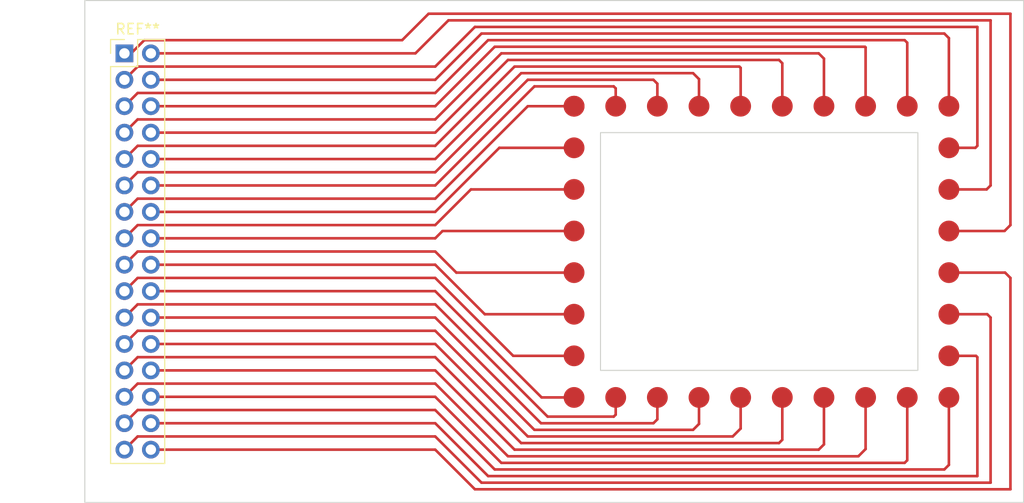
<source format=kicad_pcb>
(kicad_pcb (version 20221018) (generator pcbnew)
  (layers (0 "F.Cu" signal) (31 "B.Cu" signal) (34 "B.Paste" user) (35 "F.Paste" user) (36 "B.SilkS" user "B.Silkscreen") (37 "F.SilkS" user "F.Silkscreen") (38 "B.Mask" user) (39 "F.Mask" user) (44 "Edge.Cuts" user))
  (net 0 "")
  (footprint "Connector_PinHeader_2.54mm:PinHeader_2x16_P2.54mm_Vertical" (layer "F.Cu") (at 18.415 69.215)
    (fp_text reference "REF**" (at 1.27 -2.33) (layer "F.SilkS"))
    (fp_text value "PinHeader_2x16_P2.54mm_Vertical")
    (fp_line (start -1.33 -1.33) (end 0 -1.33) (stroke (width 0.12)) (layer "F.SilkS"))
    (fp_line (start -1.33 0) (end -1.33 -1.33) (stroke (width 0.12)) (layer "F.SilkS"))
    (fp_line (start -1.33 1.27) (end -1.33 39.43) (stroke (width 0.12)) (layer "F.SilkS"))
    (fp_line (start -1.33 1.27) (end 1.27 1.27) (stroke (width 0.12)) (layer "F.SilkS"))
    (fp_line (start -1.33 39.43) (end 3.87 39.43) (stroke (width 0.12)) (layer "F.SilkS"))
    (fp_line (start 1.27 -1.33) (end 3.87 -1.33) (stroke (width 0.12)) (layer "F.SilkS"))
    (fp_line (start 1.27 1.27) (end 1.27 -1.33) (stroke (width 0.12)) (layer "F.SilkS"))
    (fp_line (start 3.87 -1.33) (end 3.87 39.43) (stroke (width 0.12)) (layer "F.SilkS"))
    (pad "1" thru_hole rect (at 0 0) (size 1.7 1.7) (drill 1) (layers "*.Cu" "*.Mask"))
    (pad "2" thru_hole oval (at 2.54 0) (size 1.7 1.7) (drill 1) (layers "*.Cu" "*.Mask"))
    (pad "3" thru_hole oval (at 0 2.54) (size 1.7 1.7) (drill 1) (layers "*.Cu" "*.Mask"))
    (pad "4" thru_hole oval (at 2.54 2.54) (size 1.7 1.7) (drill 1) (layers "*.Cu" "*.Mask"))
    (pad "5" thru_hole oval (at 0 5.08) (size 1.7 1.7) (drill 1) (layers "*.Cu" "*.Mask"))
    (pad "6" thru_hole oval (at 2.54 5.08) (size 1.7 1.7) (drill 1) (layers "*.Cu" "*.Mask"))
    (pad "7" thru_hole oval (at 0 7.62) (size 1.7 1.7) (drill 1) (layers "*.Cu" "*.Mask"))
    (pad "8" thru_hole oval (at 2.54 7.62) (size 1.7 1.7) (drill 1) (layers "*.Cu" "*.Mask"))
    (pad "9" thru_hole oval (at 0 10.16) (size 1.7 1.7) (drill 1) (layers "*.Cu" "*.Mask"))
    (pad "10" thru_hole oval (at 2.54 10.16) (size 1.7 1.7) (drill 1) (layers "*.Cu" "*.Mask"))
    (pad "11" thru_hole oval (at 0 12.7) (size 1.7 1.7) (drill 1) (layers "*.Cu" "*.Mask"))
    (pad "12" thru_hole oval (at 2.54 12.7) (size 1.7 1.7) (drill 1) (layers "*.Cu" "*.Mask"))
    (pad "13" thru_hole oval (at 0 15.24) (size 1.7 1.7) (drill 1) (layers "*.Cu" "*.Mask"))
    (pad "14" thru_hole oval (at 2.54 15.24) (size 1.7 1.7) (drill 1) (layers "*.Cu" "*.Mask"))
    (pad "15" thru_hole oval (at 0 17.78) (size 1.7 1.7) (drill 1) (layers "*.Cu" "*.Mask"))
    (pad "16" thru_hole oval (at 2.54 17.78) (size 1.7 1.7) (drill 1) (layers "*.Cu" "*.Mask"))
    (pad "17" thru_hole oval (at 0 20.32) (size 1.7 1.7) (drill 1) (layers "*.Cu" "*.Mask"))
    (pad "18" thru_hole oval (at 2.54 20.32) (size 1.7 1.7) (drill 1) (layers "*.Cu" "*.Mask"))
    (pad "19" thru_hole oval (at 0 22.86) (size 1.7 1.7) (drill 1) (layers "*.Cu" "*.Mask"))
    (pad "20" thru_hole oval (at 2.54 22.86) (size 1.7 1.7) (drill 1) (layers "*.Cu" "*.Mask"))
    (pad "21" thru_hole oval (at 0 25.4) (size 1.7 1.7) (drill 1) (layers "*.Cu" "*.Mask"))
    (pad "22" thru_hole oval (at 2.54 25.4) (size 1.7 1.7) (drill 1) (layers "*.Cu" "*.Mask"))
    (pad "23" thru_hole oval (at 0 27.94) (size 1.7 1.7) (drill 1) (layers "*.Cu" "*.Mask"))
    (pad "24" thru_hole oval (at 2.54 27.94) (size 1.7 1.7) (drill 1) (layers "*.Cu" "*.Mask"))
    (pad "25" thru_hole oval (at 0 30.48) (size 1.7 1.7) (drill 1) (layers "*.Cu" "*.Mask"))
    (pad "26" thru_hole oval (at 2.54 30.48) (size 1.7 1.7) (drill 1) (layers "*.Cu" "*.Mask"))
    (pad "27" thru_hole oval (at 0 33.02) (size 1.7 1.7) (drill 1) (layers "*.Cu" "*.Mask"))
    (pad "28" thru_hole oval (at 2.54 33.02) (size 1.7 1.7) (drill 1) (layers "*.Cu" "*.Mask"))
    (pad "29" thru_hole oval (at 0 35.56) (size 1.7 1.7) (drill 1) (layers "*.Cu" "*.Mask"))
    (pad "30" thru_hole oval (at 2.54 35.56) (size 1.7 1.7) (drill 1) (layers "*.Cu" "*.Mask"))
    (pad "31" thru_hole oval (at 0 38.1) (size 1.7 1.7) (drill 1) (layers "*.Cu" "*.Mask"))
    (pad "32" thru_hole oval (at 2.54 38.1) (size 1.7 1.7) (drill 1) (layers "*.Cu" "*.Mask"))
  )
  (footprint "CustomFootprints:FingerFrame" (layer "F.Cu") (at 61.6 74.295)
    (fp_text reference "REF**" hide)
    (fp_text value "FingerFrame" hide)
    (pad "1" smd circle (at 0 0) (size 2 2) (layers "F.Cu" "F.Paste" "F.Mask"))
    (pad "1" smd circle (at 0 0) (size 2 2) (layers "F.Cu" "F.Paste" "F.Mask"))
    (pad "1" smd circle (at 0 4) (size 2 2) (layers "F.Cu" "F.Paste" "F.Mask"))
    (pad "1" smd circle (at 0 8) (size 2 2) (layers "F.Cu" "F.Paste" "F.Mask"))
    (pad "1" smd circle (at 0 12) (size 2 2) (layers "F.Cu" "F.Paste" "F.Mask"))
    (pad "1" smd circle (at 0 16) (size 2 2) (layers "F.Cu" "F.Paste" "F.Mask"))
    (pad "1" smd circle (at 0 20) (size 2 2) (layers "F.Cu" "F.Paste" "F.Mask"))
    (pad "1" smd circle (at 0 24) (size 2 2) (layers "F.Cu" "F.Paste" "F.Mask"))
    (pad "1" smd circle (at 0 28) (size 2 2) (layers "F.Cu" "F.Paste" "F.Mask"))
    (pad "1" smd circle (at 4 0) (size 2 2) (layers "F.Cu" "F.Paste" "F.Mask"))
    (pad "1" smd circle (at 4 28) (size 2 2) (layers "F.Cu" "F.Paste" "F.Mask"))
    (pad "1" smd circle (at 8 0) (size 2 2) (layers "F.Cu" "F.Paste" "F.Mask"))
    (pad "1" smd circle (at 8 28) (size 2 2) (layers "F.Cu" "F.Paste" "F.Mask"))
    (pad "1" smd circle (at 12 0) (size 2 2) (layers "F.Cu" "F.Paste" "F.Mask"))
    (pad "1" smd circle (at 12 28) (size 2 2) (layers "F.Cu" "F.Paste" "F.Mask"))
    (pad "1" smd circle (at 16 0) (size 2 2) (layers "F.Cu" "F.Paste" "F.Mask"))
    (pad "1" smd circle (at 16 28) (size 2 2) (layers "F.Cu" "F.Paste" "F.Mask"))
    (pad "1" smd circle (at 20 0) (size 2 2) (layers "F.Cu" "F.Paste" "F.Mask"))
    (pad "1" smd circle (at 20 28) (size 2 2) (layers "F.Cu" "F.Paste" "F.Mask"))
    (pad "1" smd circle (at 24 0) (size 2 2) (layers "F.Cu" "F.Paste" "F.Mask"))
    (pad "1" smd circle (at 24 28) (size 2 2) (layers "F.Cu" "F.Paste" "F.Mask"))
    (pad "1" smd circle (at 28 0) (size 2 2) (layers "F.Cu" "F.Paste" "F.Mask"))
    (pad "1" smd circle (at 28 28) (size 2 2) (layers "F.Cu" "F.Paste" "F.Mask"))
    (pad "1" smd circle (at 32 0) (size 2 2) (layers "F.Cu" "F.Paste" "F.Mask"))
    (pad "1" smd circle (at 32 28) (size 2 2) (layers "F.Cu" "F.Paste" "F.Mask"))
    (pad "1" smd circle (at 36 0) (size 2 2) (layers "F.Cu" "F.Paste" "F.Mask"))
    (pad "1" smd circle (at 36 4) (size 2 2) (layers "F.Cu" "F.Paste" "F.Mask"))
    (pad "1" smd circle (at 36 8) (size 2 2) (layers "F.Cu" "F.Paste" "F.Mask"))
    (pad "1" smd circle (at 36 12) (size 2 2) (layers "F.Cu" "F.Paste" "F.Mask"))
    (pad "1" smd circle (at 36 16) (size 2 2) (layers "F.Cu" "F.Paste" "F.Mask"))
    (pad "1" smd circle (at 36 20) (size 2 2) (layers "F.Cu" "F.Paste" "F.Mask"))
    (pad "1" smd circle (at 36 24) (size 2 2) (layers "F.Cu" "F.Paste" "F.Mask"))
    (pad "1" smd circle (at 36 28) (size 2 2) (layers "F.Cu" "F.Paste" "F.Mask"))
  )
  (gr_rect (start 14.61 64.135) (end 104.78 112.395) (stroke (width 0.1)) (fill none) (layer "Edge.Cuts"))
  (gr_rect (start 64.14 76.835) (end 94.62 99.695) (stroke (width 0.1)) (fill none) (layer "Edge.Cuts"))
  (segment (start 103.51 85.725) (end 102.94 86.295) (width 0.25) (layer "F.Cu") (net 0))
  (segment (start 100.335 98.425) (end 100.335 109.855) (width 0.25) (layer "F.Cu") (net 0))
  (segment (start 48.265 99.695) (end 20.955 99.695) (width 0.25) (layer "F.Cu") (net 0))
  (segment (start 81.285 69.85) (end 55.25 69.85) (width 0.25) (layer "F.Cu") (net 0))
  (segment (start 81.285 106.68) (end 56.52 106.68) (width 0.25) (layer "F.Cu") (net 0))
  (segment (start 48.265 86.995) (end 20.955 86.995) (width 0.25) (layer "F.Cu") (net 0))
  (segment (start 85.6 69.72) (end 85.095 69.215) (width 0.25) (layer "F.Cu") (net 0))
  (segment (start 85.6 102.295) (end 85.6 106.81) (width 0.25) (layer "F.Cu") (net 0))
  (segment (start 19.685 78.105) (end 18.415 79.375) (width 0.25) (layer "F.Cu") (net 0))
  (segment (start 93.6 68.195) (end 93.35 67.945) (width 0.25) (layer "F.Cu") (net 0))
  (segment (start 48.265 89.535) (end 20.955 89.535) (width 0.25) (layer "F.Cu") (net 0))
  (segment (start 101.605 81.915) (end 101.225 82.295) (width 0.25) (layer "F.Cu") (net 0))
  (segment (start 19.055 69.215) (end 18.415 69.215) (width 0.25) (layer "F.Cu") (net 0))
  (segment (start 65.6 72.58) (end 65.41 72.39) (width 0.25) (layer "F.Cu") (net 0))
  (segment (start 48.265 74.295) (end 20.955 74.295) (width 0.25) (layer "F.Cu") (net 0))
  (segment (start 48.265 100.965) (end 19.685 100.965) (width 0.25) (layer "F.Cu") (net 0))
  (segment (start 81.6 70.165) (end 81.285 69.85) (width 0.25) (layer "F.Cu") (net 0))
  (segment (start 59.06 104.14) (end 48.265 93.345) (width 0.25) (layer "F.Cu") (net 0))
  (segment (start 77.6 102.295) (end 77.6 105.285) (width 0.25) (layer "F.Cu") (net 0))
  (segment (start 77.6 105.285) (end 76.84 106.045) (width 0.25) (layer "F.Cu") (net 0))
  (segment (start 53.345 109.855) (end 48.265 104.775) (width 0.25) (layer "F.Cu") (net 0))
  (segment (start 54.615 69.215) (end 48.265 75.565) (width 0.25) (layer "F.Cu") (net 0))
  (segment (start 61.6 86.295) (end 48.965 86.295) (width 0.25) (layer "F.Cu") (net 0))
  (segment (start 101.605 94.615) (end 101.605 110.49) (width 0.25) (layer "F.Cu") (net 0))
  (segment (start 19.685 100.965) (end 18.415 102.235) (width 0.25) (layer "F.Cu") (net 0))
  (segment (start 100.145 78.295) (end 100.335 78.105) (width 0.25) (layer "F.Cu") (net 0))
  (segment (start 51.695 82.295) (end 48.265 85.725) (width 0.25) (layer "F.Cu") (net 0))
  (segment (start 47.63 65.405) (end 103.51 65.405) (width 0.25) (layer "F.Cu") (net 0))
  (segment (start 48.265 94.615) (end 20.955 94.615) (width 0.25) (layer "F.Cu") (net 0))
  (segment (start 97.6 94.295) (end 101.285 94.295) (width 0.25) (layer "F.Cu") (net 0))
  (segment (start 69.6 74.295) (end 69.6 72.135) (width 0.25) (layer "F.Cu") (net 0))
  (segment (start 19.685 80.645) (end 18.415 81.915) (width 0.25) (layer "F.Cu") (net 0))
  (segment (start 48.265 80.645) (end 19.685 80.645) (width 0.25) (layer "F.Cu") (net 0))
  (segment (start 48.265 83.185) (end 19.685 83.185) (width 0.25) (layer "F.Cu") (net 0))
  (segment (start 73.03 71.12) (end 56.52 71.12) (width 0.25) (layer "F.Cu") (net 0))
  (segment (start 61.6 82.295) (end 51.695 82.295) (width 0.25) (layer "F.Cu") (net 0))
  (segment (start 65.6 103.95) (end 65.41 104.14) (width 0.25) (layer "F.Cu") (net 0))
  (segment (start 48.265 103.505) (end 19.685 103.505) (width 0.25) (layer "F.Cu") (net 0))
  (segment (start 57.79 105.41) (end 48.265 95.885) (width 0.25) (layer "F.Cu") (net 0))
  (segment (start 77.6 74.295) (end 77.6 70.61) (width 0.25) (layer "F.Cu") (net 0))
  (segment (start 50.295 90.295) (end 48.265 88.265) (width 0.25) (layer "F.Cu") (net 0))
  (segment (start 20.325 67.945) (end 19.055 69.215) (width 0.25) (layer "F.Cu") (net 0))
  (segment (start 48.265 106.045) (end 19.685 106.045) (width 0.25) (layer "F.Cu") (net 0))
  (segment (start 97.6 98.295) (end 100.205 98.295) (width 0.25) (layer "F.Cu") (net 0))
  (segment (start 73.6 102.295) (end 73.6 104.84) (width 0.25) (layer "F.Cu") (net 0))
  (segment (start 69.6 102.295) (end 69.6 104.395) (width 0.25) (layer "F.Cu") (net 0))
  (segment (start 85.095 107.315) (end 55.885 107.315) (width 0.25) (layer "F.Cu") (net 0))
  (segment (start 53.98 68.58) (end 48.265 74.295) (width 0.25) (layer "F.Cu") (net 0))
  (segment (start 56.52 106.68) (end 48.265 98.425) (width 0.25) (layer "F.Cu") (net 0))
  (segment (start 102.94 86.295) (end 97.6 86.295) (width 0.25) (layer "F.Cu") (net 0))
  (segment (start 97.6 78.295) (end 100.145 78.295) (width 0.25) (layer "F.Cu") (net 0))
  (segment (start 54.615 108.585) (end 48.265 102.235) (width 0.25) (layer "F.Cu") (net 0))
  (segment (start 55.885 70.485) (end 48.265 78.105) (width 0.25) (layer "F.Cu") (net 0))
  (segment (start 100.335 109.855) (end 53.345 109.855) (width 0.25) (layer "F.Cu") (net 0))
  (segment (start 54.425 78.295) (end 48.265 84.455) (width 0.25) (layer "F.Cu") (net 0))
  (segment (start 48.265 97.155) (end 20.955 97.155) (width 0.25) (layer "F.Cu") (net 0))
  (segment (start 48.965 86.295) (end 48.265 86.995) (width 0.25) (layer "F.Cu") (net 0))
  (segment (start 55.755 98.295) (end 48.265 90.805) (width 0.25) (layer "F.Cu") (net 0))
  (segment (start 65.41 104.14) (end 59.06 104.14) (width 0.25) (layer "F.Cu") (net 0))
  (segment (start 52.71 110.49) (end 48.265 106.045) (width 0.25) (layer "F.Cu") (net 0))
  (segment (start 19.685 70.485) (end 18.415 71.755) (width 0.25) (layer "F.Cu") (net 0))
  (segment (start 48.265 93.345) (end 19.685 93.345) (width 0.25) (layer "F.Cu") (net 0))
  (segment (start 97.6 90.295) (end 103 90.295) (width 0.25) (layer "F.Cu") (net 0))
  (segment (start 48.265 104.775) (end 20.955 104.775) (width 0.25) (layer "F.Cu") (net 0))
  (segment (start 89.6 107.255) (end 88.905 107.95) (width 0.25) (layer "F.Cu") (net 0))
  (segment (start 61.6 98.295) (end 55.755 98.295) (width 0.25) (layer "F.Cu") (net 0))
  (segment (start 69.22 71.755) (end 57.155 71.755) (width 0.25) (layer "F.Cu") (net 0))
  (segment (start 100.335 78.105) (end 100.335 66.675) (width 0.25) (layer "F.Cu") (net 0))
  (segment (start 77.475 70.485) (end 55.885 70.485) (width 0.25) (layer "F.Cu") (net 0))
  (segment (start 103.51 111.125) (end 52.075 111.125) (width 0.25) (layer "F.Cu") (net 0))
  (segment (start 48.265 102.235) (end 20.955 102.235) (width 0.25) (layer "F.Cu") (net 0))
  (segment (start 101.605 110.49) (end 52.71 110.49) (width 0.25) (layer "F.Cu") (net 0))
  (segment (start 77.6 70.61) (end 77.475 70.485) (width 0.25) (layer "F.Cu") (net 0))
  (segment (start 69.22 104.775) (end 58.425 104.775) (width 0.25) (layer "F.Cu") (net 0))
  (segment (start 97.6 108.78) (end 97.16 109.22) (width 0.25) (layer "F.Cu") (net 0))
  (segment (start 97.16 109.22) (end 53.98 109.22) (width 0.25) (layer "F.Cu") (net 0))
  (segment (start 52.71 67.31) (end 48.265 71.755) (width 0.25) (layer "F.Cu") (net 0))
  (segment (start 19.685 98.425) (end 18.415 99.695) (width 0.25) (layer "F.Cu") (net 0))
  (segment (start 57.155 106.045) (end 48.265 97.155) (width 0.25) (layer "F.Cu") (net 0))
  (segment (start 19.685 75.565) (end 18.415 76.835) (width 0.25) (layer "F.Cu") (net 0))
  (segment (start 65.6 102.295) (end 65.6 103.95) (width 0.25) (layer "F.Cu") (net 0))
  (segment (start 103 90.295) (end 103.51 90.805) (width 0.25) (layer "F.Cu") (net 0))
  (segment (start 103.51 90.805) (end 103.51 111.125) (width 0.25) (layer "F.Cu") (net 0))
  (segment (start 19.685 93.345) (end 18.415 94.615) (width 0.25) (layer "F.Cu") (net 0))
  (segment (start 61.6 74.295) (end 57.155 74.295) (width 0.25) (layer "F.Cu") (net 0))
  (segment (start 19.685 88.265) (end 18.415 89.535) (width 0.25) (layer "F.Cu") (net 0))
  (segment (start 97.16 67.31) (end 52.71 67.31) (width 0.25) (layer "F.Cu") (net 0))
  (segment (start 58.485 102.295) (end 48.265 92.075) (width 0.25) (layer "F.Cu") (net 0))
  (segment (start 53.345 67.945) (end 48.265 73.025) (width 0.25) (layer "F.Cu") (net 0))
  (segment (start 45.09 67.945) (end 20.325 67.945) (width 0.25) (layer "F.Cu") (net 0))
  (segment (start 61.6 90.295) (end 50.295 90.295) (width 0.25) (layer "F.Cu") (net 0))
  (segment (start 85.6 106.81) (end 85.095 107.315) (width 0.25) (layer "F.Cu") (net 0))
  (segment (start 65.41 72.39) (end 57.79 72.39) (width 0.25) (layer "F.Cu") (net 0))
  (segment (start 48.265 90.805) (end 19.685 90.805) (width 0.25) (layer "F.Cu") (net 0))
  (segment (start 85.095 69.215) (end 54.615 69.215) (width 0.25) (layer "F.Cu") (net 0))
  (segment (start 81.6 106.365) (end 81.285 106.68) (width 0.25) (layer "F.Cu") (net 0))
  (segment (start 93.6 102.295) (end 93.6 108.335) (width 0.25) (layer "F.Cu") (net 0))
  (segment (start 48.265 73.025) (end 19.685 73.025) (width 0.25) (layer "F.Cu") (net 0))
  (segment (start 55.25 69.85) (end 48.265 76.835) (width 0.25) (layer "F.Cu") (net 0))
  (segment (start 57.155 74.295) (end 48.265 83.185) (width 0.25) (layer "F.Cu") (net 0))
  (segment (start 55.885 107.315) (end 48.265 99.695) (width 0.25) (layer "F.Cu") (net 0))
  (segment (start 73.6 71.69) (end 73.03 71.12) (width 0.25) (layer "F.Cu") (net 0))
  (segment (start 97.6 74.295) (end 97.6 67.75) (width 0.25) (layer "F.Cu") (net 0))
  (segment (start 61.6 94.295) (end 53.025 94.295) (width 0.25) (layer "F.Cu") (net 0))
  (segment (start 101.285 94.295) (end 101.605 94.615) (width 0.25) (layer "F.Cu") (net 0))
  (segment (start 81.6 74.295) (end 81.6 70.165) (width 0.25) (layer "F.Cu") (net 0))
  (segment (start 89.6 68.64) (end 89.54 68.58) (width 0.25) (layer "F.Cu") (net 0))
  (segment (start 97.6 102.295) (end 97.6 108.78) (width 0.25) (layer "F.Cu") (net 0))
  (segment (start 49.535 66.04) (end 46.36 69.215) (width 0.25) (layer "F.Cu") (net 0))
  (segment (start 100.205 98.295) (end 100.335 98.425) (width 0.25) (layer "F.Cu") (net 0))
  (segment (start 48.265 107.315) (end 20.955 107.315) (width 0.25) (layer "F.Cu") (net 0))
  (segment (start 69.6 104.395) (end 69.22 104.775) (width 0.25) (layer "F.Cu") (net 0))
  (segment (start 88.905 107.95) (end 55.25 107.95) (width 0.25) (layer "F.Cu") (net 0))
  (segment (start 48.265 71.755) (end 20.955 71.755) (width 0.25) (layer "F.Cu") (net 0))
  (segment (start 73.6 74.295) (end 73.6 71.69) (width 0.25) (layer "F.Cu") (net 0))
  (segment (start 93.35 67.945) (end 53.345 67.945) (width 0.25) (layer "F.Cu") (net 0))
  (segment (start 48.265 92.075) (end 20.955 92.075) (width 0.25) (layer "F.Cu") (net 0))
  (segment (start 61.6 102.295) (end 58.485 102.295) (width 0.25) (layer "F.Cu") (net 0))
  (segment (start 52.075 111.125) (end 48.265 107.315) (width 0.25) (layer "F.Cu") (net 0))
  (segment (start 93.35 108.585) (end 54.615 108.585) (width 0.25) (layer "F.Cu") (net 0))
  (segment (start 19.685 95.885) (end 18.415 97.155) (width 0.25) (layer "F.Cu") (net 0))
  (segment (start 89.6 74.295) (end 89.6 68.64) (width 0.25) (layer "F.Cu") (net 0))
  (segment (start 61.6 78.295) (end 54.425 78.295) (width 0.25) (layer "F.Cu") (net 0))
  (segment (start 57.79 72.39) (end 48.265 81.915) (width 0.25) (layer "F.Cu") (net 0))
  (segment (start 89.6 102.295) (end 89.6 107.255) (width 0.25) (layer "F.Cu") (net 0))
  (segment (start 48.265 76.835) (end 20.955 76.835) (width 0.25) (layer "F.Cu") (net 0))
  (segment (start 97.6 67.75) (end 97.16 67.31) (width 0.25) (layer "F.Cu") (net 0))
  (segment (start 93.6 108.335) (end 93.35 108.585) (width 0.25) (layer "F.Cu") (net 0))
  (segment (start 53.98 109.22) (end 48.265 103.505) (width 0.25) (layer "F.Cu") (net 0))
  (segment (start 47.63 65.405) (end 45.09 67.945) (width 0.25) (layer "F.Cu") (net 0))
  (segment (start 48.265 70.485) (end 19.685 70.485) (width 0.25) (layer "F.Cu") (net 0))
  (segment (start 19.685 106.045) (end 18.415 107.315) (width 0.25) (layer "F.Cu") (net 0))
  (segment (start 48.265 98.425) (end 19.685 98.425) (width 0.25) (layer "F.Cu") (net 0))
  (segment (start 57.155 71.755) (end 48.265 80.645) (width 0.25) (layer "F.Cu") (net 0))
  (segment (start 69.6 72.135) (end 69.22 71.755) (width 0.25) (layer "F.Cu") (net 0))
  (segment (start 52.075 66.675) (end 48.265 70.485) (width 0.25) (layer "F.Cu") (net 0))
  (segment (start 48.265 84.455) (end 20.955 84.455) (width 0.25) (layer "F.Cu") (net 0))
  (segment (start 81.6 102.295) (end 81.6 106.365) (width 0.25) (layer "F.Cu") (net 0))
  (segment (start 65.6 74.295) (end 65.6 72.58) (width 0.25) (layer "F.Cu") (net 0))
  (segment (start 48.265 75.565) (end 19.685 75.565) (width 0.25) (layer "F.Cu") (net 0))
  (segment (start 101.225 82.295) (end 97.6 82.295) (width 0.25) (layer "F.Cu") (net 0))
  (segment (start 48.265 78.105) (end 19.685 78.105) (width 0.25) (layer "F.Cu") (net 0))
  (segment (start 73.6 104.84) (end 73.03 105.41) (width 0.25) (layer "F.Cu") (net 0))
  (segment (start 89.54 68.58) (end 53.98 68.58) (width 0.25) (layer "F.Cu") (net 0))
  (segment (start 48.265 95.885) (end 19.685 95.885) (width 0.25) (layer "F.Cu") (net 0))
  (segment (start 48.265 79.375) (end 20.955 79.375) (width 0.25) (layer "F.Cu") (net 0))
  (segment (start 19.685 103.505) (end 18.415 104.775) (width 0.25) (layer "F.Cu") (net 0))
  (segment (start 58.425 104.775) (end 48.265 94.615) (width 0.25) (layer "F.Cu") (net 0))
  (segment (start 55.25 107.95) (end 48.265 100.965) (width 0.25) (layer "F.Cu") (net 0))
  (segment (start 76.84 106.045) (end 57.155 106.045) (width 0.25) (layer "F.Cu") (net 0))
  (segment (start 85.6 74.295) (end 85.6 69.72) (width 0.25) (layer "F.Cu") (net 0))
  (segment (start 100.335 66.675) (end 52.075 66.675) (width 0.25) (layer "F.Cu") (net 0))
  (segment (start 93.6 74.295) (end 93.6 68.195) (width 0.25) (layer "F.Cu") (net 0))
  (segment (start 56.52 71.12) (end 48.265 79.375) (width 0.25) (layer "F.Cu") (net 0))
  (segment (start 49.535 66.04) (end 101.605 66.04) (width 0.25) (layer "F.Cu") (net 0))
  (segment (start 48.265 85.725) (end 19.685 85.725) (width 0.25) (layer "F.Cu") (net 0))
  (segment (start 48.265 81.915) (end 20.955 81.915) (width 0.25) (layer "F.Cu") (net 0))
  (segment (start 73.03 105.41) (end 57.79 105.41) (width 0.25) (layer "F.Cu") (net 0))
  (segment (start 103.51 65.405) (end 103.51 85.725) (width 0.25) (layer "F.Cu") (net 0))
  (segment (start 46.36 69.215) (end 20.955 69.215) (width 0.25) (layer "F.Cu") (net 0))
  (segment (start 19.685 85.725) (end 18.415 86.995) (width 0.25) (layer "F.Cu") (net 0))
  (segment (start 19.685 90.805) (end 18.415 92.075) (width 0.25) (layer "F.Cu") (net 0))
  (segment (start 53.025 94.295) (end 48.265 89.535) (width 0.25) (layer "F.Cu") (net 0))
  (segment (start 101.605 66.04) (end 101.605 81.915) (width 0.25) (layer "F.Cu") (net 0))
  (segment (start 48.265 88.265) (end 19.685 88.265) (width 0.25) (layer "F.Cu") (net 0))
  (segment (start 19.685 73.025) (end 18.415 74.295) (width 0.25) (layer "F.Cu") (net 0))
  (segment (start 19.685 83.185) (end 18.415 84.455) (width 0.25) (layer "F.Cu") (net 0))
)
</source>
